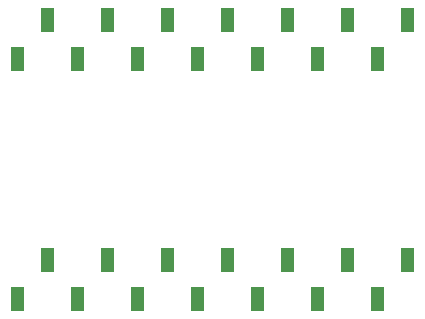
<source format=gbs>
G04 #@! TF.GenerationSoftware,KiCad,Pcbnew,6.0.0-rc1-unknown-59b0f55~66~ubuntu16.04.1*
G04 #@! TF.CreationDate,2018-11-29T09:25:19-07:00
G04 #@! TF.ProjectId,001,3030312e-6b69-4636-9164-5f7063625858,rev?*
G04 #@! TF.SameCoordinates,Original*
G04 #@! TF.FileFunction,Soldermask,Bot*
G04 #@! TF.FilePolarity,Negative*
%FSLAX46Y46*%
G04 Gerber Fmt 4.6, Leading zero omitted, Abs format (unit mm)*
G04 Created by KiCad (PCBNEW 6.0.0-rc1-unknown-59b0f55~66~ubuntu16.04.1) date Thu 29 Nov 2018 09:25:19 AM MST*
%MOMM*%
%LPD*%
G01*
G04 APERTURE LIST*
%ADD10C,0.100000*%
G04 APERTURE END LIST*
D10*
G36*
X147261200Y-97264696D02*
X146108800Y-97264696D01*
X146108800Y-95212296D01*
X147261200Y-95212296D01*
X147261200Y-97264696D01*
X147261200Y-97264696D01*
G37*
G36*
X137101200Y-97264696D02*
X135948800Y-97264696D01*
X135948800Y-95212296D01*
X137101200Y-95212296D01*
X137101200Y-97264696D01*
X137101200Y-97264696D01*
G37*
G36*
X132021200Y-97264696D02*
X130868800Y-97264696D01*
X130868800Y-95212296D01*
X132021200Y-95212296D01*
X132021200Y-97264696D01*
X132021200Y-97264696D01*
G37*
G36*
X126941200Y-97264696D02*
X125788800Y-97264696D01*
X125788800Y-95212296D01*
X126941200Y-95212296D01*
X126941200Y-97264696D01*
X126941200Y-97264696D01*
G37*
G36*
X121861200Y-97264696D02*
X120708800Y-97264696D01*
X120708800Y-95212296D01*
X121861200Y-95212296D01*
X121861200Y-97264696D01*
X121861200Y-97264696D01*
G37*
G36*
X116781200Y-97264696D02*
X115628800Y-97264696D01*
X115628800Y-95212296D01*
X116781200Y-95212296D01*
X116781200Y-97264696D01*
X116781200Y-97264696D01*
G37*
G36*
X142181200Y-97264696D02*
X141028800Y-97264696D01*
X141028800Y-95212296D01*
X142181200Y-95212296D01*
X142181200Y-97264696D01*
X142181200Y-97264696D01*
G37*
G36*
X144721200Y-93964696D02*
X143568800Y-93964696D01*
X143568800Y-91912296D01*
X144721200Y-91912296D01*
X144721200Y-93964696D01*
X144721200Y-93964696D01*
G37*
G36*
X119321200Y-93964696D02*
X118168800Y-93964696D01*
X118168800Y-91912296D01*
X119321200Y-91912296D01*
X119321200Y-93964696D01*
X119321200Y-93964696D01*
G37*
G36*
X124401200Y-93964696D02*
X123248800Y-93964696D01*
X123248800Y-91912296D01*
X124401200Y-91912296D01*
X124401200Y-93964696D01*
X124401200Y-93964696D01*
G37*
G36*
X129481200Y-93964696D02*
X128328800Y-93964696D01*
X128328800Y-91912296D01*
X129481200Y-91912296D01*
X129481200Y-93964696D01*
X129481200Y-93964696D01*
G37*
G36*
X134561200Y-93964696D02*
X133408800Y-93964696D01*
X133408800Y-91912296D01*
X134561200Y-91912296D01*
X134561200Y-93964696D01*
X134561200Y-93964696D01*
G37*
G36*
X149801200Y-93964696D02*
X148648800Y-93964696D01*
X148648800Y-91912296D01*
X149801200Y-91912296D01*
X149801200Y-93964696D01*
X149801200Y-93964696D01*
G37*
G36*
X139641200Y-93964696D02*
X138488800Y-93964696D01*
X138488800Y-91912296D01*
X139641200Y-91912296D01*
X139641200Y-93964696D01*
X139641200Y-93964696D01*
G37*
G36*
X116781200Y-76944696D02*
X115628800Y-76944696D01*
X115628800Y-74892296D01*
X116781200Y-74892296D01*
X116781200Y-76944696D01*
X116781200Y-76944696D01*
G37*
G36*
X147261200Y-76944696D02*
X146108800Y-76944696D01*
X146108800Y-74892296D01*
X147261200Y-74892296D01*
X147261200Y-76944696D01*
X147261200Y-76944696D01*
G37*
G36*
X142181200Y-76944696D02*
X141028800Y-76944696D01*
X141028800Y-74892296D01*
X142181200Y-74892296D01*
X142181200Y-76944696D01*
X142181200Y-76944696D01*
G37*
G36*
X137101200Y-76944696D02*
X135948800Y-76944696D01*
X135948800Y-74892296D01*
X137101200Y-74892296D01*
X137101200Y-76944696D01*
X137101200Y-76944696D01*
G37*
G36*
X132021200Y-76944696D02*
X130868800Y-76944696D01*
X130868800Y-74892296D01*
X132021200Y-74892296D01*
X132021200Y-76944696D01*
X132021200Y-76944696D01*
G37*
G36*
X126941200Y-76944696D02*
X125788800Y-76944696D01*
X125788800Y-74892296D01*
X126941200Y-74892296D01*
X126941200Y-76944696D01*
X126941200Y-76944696D01*
G37*
G36*
X121861200Y-76944696D02*
X120708800Y-76944696D01*
X120708800Y-74892296D01*
X121861200Y-74892296D01*
X121861200Y-76944696D01*
X121861200Y-76944696D01*
G37*
G36*
X129481200Y-73644696D02*
X128328800Y-73644696D01*
X128328800Y-71592296D01*
X129481200Y-71592296D01*
X129481200Y-73644696D01*
X129481200Y-73644696D01*
G37*
G36*
X149801200Y-73644696D02*
X148648800Y-73644696D01*
X148648800Y-71592296D01*
X149801200Y-71592296D01*
X149801200Y-73644696D01*
X149801200Y-73644696D01*
G37*
G36*
X144721200Y-73644696D02*
X143568800Y-73644696D01*
X143568800Y-71592296D01*
X144721200Y-71592296D01*
X144721200Y-73644696D01*
X144721200Y-73644696D01*
G37*
G36*
X119321200Y-73644696D02*
X118168800Y-73644696D01*
X118168800Y-71592296D01*
X119321200Y-71592296D01*
X119321200Y-73644696D01*
X119321200Y-73644696D01*
G37*
G36*
X124401200Y-73644696D02*
X123248800Y-73644696D01*
X123248800Y-71592296D01*
X124401200Y-71592296D01*
X124401200Y-73644696D01*
X124401200Y-73644696D01*
G37*
G36*
X139641200Y-73644696D02*
X138488800Y-73644696D01*
X138488800Y-71592296D01*
X139641200Y-71592296D01*
X139641200Y-73644696D01*
X139641200Y-73644696D01*
G37*
G36*
X134561200Y-73644696D02*
X133408800Y-73644696D01*
X133408800Y-71592296D01*
X134561200Y-71592296D01*
X134561200Y-73644696D01*
X134561200Y-73644696D01*
G37*
M02*

</source>
